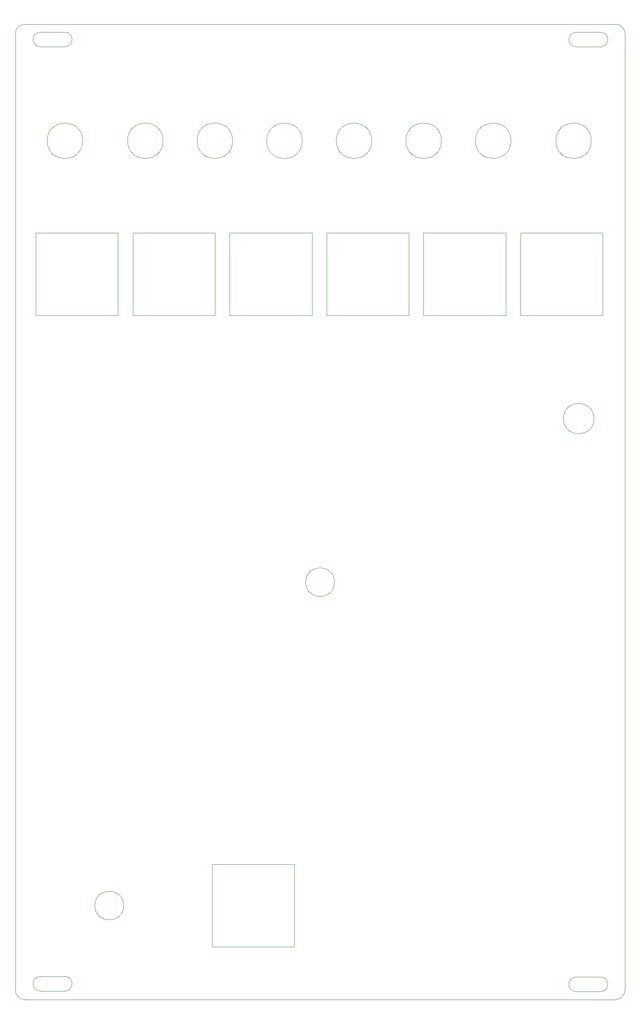
<source format=gbr>
%TF.GenerationSoftware,KiCad,Pcbnew,7.0.8*%
%TF.CreationDate,2023-12-14T21:29:37-05:00*%
%TF.ProjectId,front panel,66726f6e-7420-4706-916e-656c2e6b6963,rev?*%
%TF.SameCoordinates,Original*%
%TF.FileFunction,Profile,NP*%
%FSLAX46Y46*%
G04 Gerber Fmt 4.6, Leading zero omitted, Abs format (unit mm)*
G04 Created by KiCad (PCBNEW 7.0.8) date 2023-12-14 21:29:37*
%MOMM*%
%LPD*%
G01*
G04 APERTURE LIST*
%TA.AperFunction,Profile*%
%ADD10C,0.050000*%
%TD*%
G04 APERTURE END LIST*
D10*
X0Y-1905000D02*
X0Y-201295000D01*
X125095000Y-203200000D02*
G75*
G03*
X127000000Y-201295000I0J1905000D01*
G01*
X5207000Y-198374000D02*
X10287000Y-198374000D01*
X116840000Y-1651000D02*
G75*
G03*
X116840000Y-4699000I-100J-1524000D01*
G01*
X1905000Y0D02*
X125095000Y0D01*
X5207000Y-1651000D02*
G75*
G03*
X5207000Y-4699000I4J-1524000D01*
G01*
X121920000Y-201549000D02*
G75*
G03*
X121920000Y-198501000I-100J1524000D01*
G01*
X1905000Y0D02*
G75*
G03*
X0Y-1905000I1J-1905001D01*
G01*
X1905000Y-203200000D02*
X125095000Y-203200000D01*
X127000000Y-1905000D02*
G75*
G03*
X125095000Y0I-1905000J0D01*
G01*
X116840000Y-1651000D02*
X121920000Y-1651000D01*
X116840000Y-198501000D02*
X121920000Y-198501000D01*
X5207000Y-198374000D02*
G75*
G03*
X5207000Y-201422000I4J-1524000D01*
G01*
X116840000Y-4699000D02*
X121920000Y-4699000D01*
X10287000Y-4699000D02*
G75*
G03*
X10287000Y-1651000I0J1524000D01*
G01*
X127000000Y-1905000D02*
X127000000Y-201295000D01*
X10287000Y-201422000D02*
G75*
G03*
X10287000Y-198374000I0J1524000D01*
G01*
X5207000Y-4699000D02*
X10287000Y-4699000D01*
X5207000Y-201422000D02*
X10287000Y-201422000D01*
X116840000Y-198501000D02*
G75*
G03*
X116840000Y-201549000I-100J-1524000D01*
G01*
X121920000Y-4699000D02*
G75*
G03*
X121920000Y-1651000I-100J1524000D01*
G01*
X5207000Y-1651000D02*
X10287000Y-1651000D01*
X0Y-201295000D02*
G75*
G03*
X1905000Y-203200000I1905000J0D01*
G01*
X116840000Y-201549000D02*
X121920000Y-201549000D01*
%TO.C,J1*%
X120010000Y-24280000D02*
G75*
G03*
X120010000Y-24280000I-3700000J0D01*
G01*
%TO.C,J4*%
X45270000Y-24280000D02*
G75*
G03*
X45270000Y-24280000I-3700000J0D01*
G01*
%TO.C,SW5*%
X44647500Y-43497500D02*
X61792500Y-43497500D01*
X61792500Y-43497500D02*
X61792500Y-60642500D01*
X61792500Y-60642500D02*
X44647500Y-60642500D01*
X44647500Y-60642500D02*
X44647500Y-43497500D01*
%TO.C,SW4*%
X24447500Y-43497500D02*
X41592500Y-43497500D01*
X41592500Y-43497500D02*
X41592500Y-60642500D01*
X41592500Y-60642500D02*
X24447500Y-60642500D01*
X24447500Y-60642500D02*
X24447500Y-43497500D01*
%TO.C,J6*%
X74270000Y-24280000D02*
G75*
G03*
X74270000Y-24280000I-3700000J0D01*
G01*
%TO.C,J5*%
X59770000Y-24280000D02*
G75*
G03*
X59770000Y-24280000I-3700000J0D01*
G01*
%TO.C,S1*%
X120560000Y-82170000D02*
G75*
G03*
X120560000Y-82170000I-3180000J0D01*
G01*
%TO.C,SW7*%
X85047500Y-43497500D02*
X102192500Y-43497500D01*
X102192500Y-43497500D02*
X102192500Y-60642500D01*
X102192500Y-60642500D02*
X85047500Y-60642500D01*
X85047500Y-60642500D02*
X85047500Y-43497500D01*
%TO.C,J3*%
X30770000Y-24280000D02*
G75*
G03*
X30770000Y-24280000I-3700000J0D01*
G01*
%TO.C,J2*%
X14030000Y-24280000D02*
G75*
G03*
X14030000Y-24280000I-3700000J0D01*
G01*
%TO.C,J8*%
X103270000Y-24280000D02*
G75*
G03*
X103270000Y-24280000I-3700000J0D01*
G01*
%TO.C,SW6*%
X64847500Y-43497500D02*
X81992500Y-43497500D01*
X81992500Y-43497500D02*
X81992500Y-60642500D01*
X81992500Y-60642500D02*
X64847500Y-60642500D01*
X64847500Y-60642500D02*
X64847500Y-43497500D01*
%TO.C,J7*%
X88770000Y-24280000D02*
G75*
G03*
X88770000Y-24280000I-3700000J0D01*
G01*
%TO.C,MT1*%
X22566000Y-183634000D02*
G75*
G03*
X22566000Y-183634000I-3000000J0D01*
G01*
%TO.C,MT2*%
X66500000Y-116245000D02*
G75*
G03*
X66500000Y-116245000I-3000000J0D01*
G01*
%TO.C,SW1*%
X40993500Y-175061500D02*
X58138500Y-175061500D01*
X58138500Y-175061500D02*
X58138500Y-192206500D01*
X58138500Y-192206500D02*
X40993500Y-192206500D01*
X40993500Y-192206500D02*
X40993500Y-175061500D01*
%TO.C,SW3*%
X4247500Y-43497500D02*
X21392500Y-43497500D01*
X21392500Y-43497500D02*
X21392500Y-60642500D01*
X21392500Y-60642500D02*
X4247500Y-60642500D01*
X4247500Y-60642500D02*
X4247500Y-43497500D01*
%TO.C,SW8*%
X105247500Y-43497500D02*
X122392500Y-43497500D01*
X122392500Y-43497500D02*
X122392500Y-60642500D01*
X122392500Y-60642500D02*
X105247500Y-60642500D01*
X105247500Y-60642500D02*
X105247500Y-43497500D01*
%TD*%
M02*

</source>
